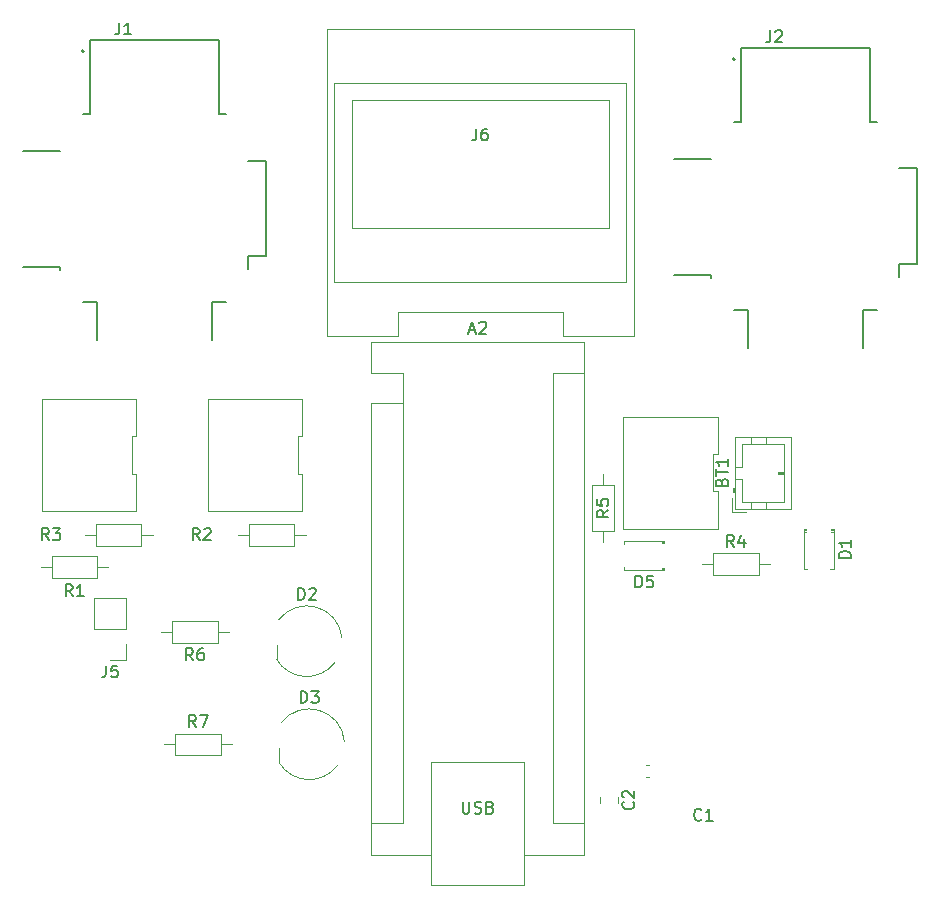
<source format=gbr>
%TF.GenerationSoftware,KiCad,Pcbnew,9.0.2*%
%TF.CreationDate,2025-07-28T12:51:29+08:00*%
%TF.ProjectId,PF-MKIII_Controller ,50462d4d-4b49-4494-995f-436f6e74726f,rev?*%
%TF.SameCoordinates,Original*%
%TF.FileFunction,Legend,Top*%
%TF.FilePolarity,Positive*%
%FSLAX46Y46*%
G04 Gerber Fmt 4.6, Leading zero omitted, Abs format (unit mm)*
G04 Created by KiCad (PCBNEW 9.0.2) date 2025-07-28 12:51:29*
%MOMM*%
%LPD*%
G01*
G04 APERTURE LIST*
%ADD10C,0.150000*%
%ADD11C,0.120000*%
%ADD12C,0.127000*%
%ADD13C,0.200000*%
G04 APERTURE END LIST*
D10*
X211583333Y-81284819D02*
X211250000Y-80808628D01*
X211011905Y-81284819D02*
X211011905Y-80284819D01*
X211011905Y-80284819D02*
X211392857Y-80284819D01*
X211392857Y-80284819D02*
X211488095Y-80332438D01*
X211488095Y-80332438D02*
X211535714Y-80380057D01*
X211535714Y-80380057D02*
X211583333Y-80475295D01*
X211583333Y-80475295D02*
X211583333Y-80618152D01*
X211583333Y-80618152D02*
X211535714Y-80713390D01*
X211535714Y-80713390D02*
X211488095Y-80761009D01*
X211488095Y-80761009D02*
X211392857Y-80808628D01*
X211392857Y-80808628D02*
X211011905Y-80808628D01*
X212440476Y-80618152D02*
X212440476Y-81284819D01*
X212202381Y-80237200D02*
X211964286Y-80951485D01*
X211964286Y-80951485D02*
X212583333Y-80951485D01*
X221464819Y-82218094D02*
X220464819Y-82218094D01*
X220464819Y-82218094D02*
X220464819Y-81979999D01*
X220464819Y-81979999D02*
X220512438Y-81837142D01*
X220512438Y-81837142D02*
X220607676Y-81741904D01*
X220607676Y-81741904D02*
X220702914Y-81694285D01*
X220702914Y-81694285D02*
X220893390Y-81646666D01*
X220893390Y-81646666D02*
X221036247Y-81646666D01*
X221036247Y-81646666D02*
X221226723Y-81694285D01*
X221226723Y-81694285D02*
X221321961Y-81741904D01*
X221321961Y-81741904D02*
X221417200Y-81837142D01*
X221417200Y-81837142D02*
X221464819Y-81979999D01*
X221464819Y-81979999D02*
X221464819Y-82218094D01*
X221464819Y-80694285D02*
X221464819Y-81265713D01*
X221464819Y-80979999D02*
X220464819Y-80979999D01*
X220464819Y-80979999D02*
X220607676Y-81075237D01*
X220607676Y-81075237D02*
X220702914Y-81170475D01*
X220702914Y-81170475D02*
X220750533Y-81265713D01*
X203039580Y-102866666D02*
X203087200Y-102914285D01*
X203087200Y-102914285D02*
X203134819Y-103057142D01*
X203134819Y-103057142D02*
X203134819Y-103152380D01*
X203134819Y-103152380D02*
X203087200Y-103295237D01*
X203087200Y-103295237D02*
X202991961Y-103390475D01*
X202991961Y-103390475D02*
X202896723Y-103438094D01*
X202896723Y-103438094D02*
X202706247Y-103485713D01*
X202706247Y-103485713D02*
X202563390Y-103485713D01*
X202563390Y-103485713D02*
X202372914Y-103438094D01*
X202372914Y-103438094D02*
X202277676Y-103390475D01*
X202277676Y-103390475D02*
X202182438Y-103295237D01*
X202182438Y-103295237D02*
X202134819Y-103152380D01*
X202134819Y-103152380D02*
X202134819Y-103057142D01*
X202134819Y-103057142D02*
X202182438Y-102914285D01*
X202182438Y-102914285D02*
X202230057Y-102866666D01*
X202230057Y-102485713D02*
X202182438Y-102438094D01*
X202182438Y-102438094D02*
X202134819Y-102342856D01*
X202134819Y-102342856D02*
X202134819Y-102104761D01*
X202134819Y-102104761D02*
X202182438Y-102009523D01*
X202182438Y-102009523D02*
X202230057Y-101961904D01*
X202230057Y-101961904D02*
X202325295Y-101914285D01*
X202325295Y-101914285D02*
X202420533Y-101914285D01*
X202420533Y-101914285D02*
X202563390Y-101961904D01*
X202563390Y-101961904D02*
X203134819Y-102533332D01*
X203134819Y-102533332D02*
X203134819Y-101914285D01*
X208833333Y-104359580D02*
X208785714Y-104407200D01*
X208785714Y-104407200D02*
X208642857Y-104454819D01*
X208642857Y-104454819D02*
X208547619Y-104454819D01*
X208547619Y-104454819D02*
X208404762Y-104407200D01*
X208404762Y-104407200D02*
X208309524Y-104311961D01*
X208309524Y-104311961D02*
X208261905Y-104216723D01*
X208261905Y-104216723D02*
X208214286Y-104026247D01*
X208214286Y-104026247D02*
X208214286Y-103883390D01*
X208214286Y-103883390D02*
X208261905Y-103692914D01*
X208261905Y-103692914D02*
X208309524Y-103597676D01*
X208309524Y-103597676D02*
X208404762Y-103502438D01*
X208404762Y-103502438D02*
X208547619Y-103454819D01*
X208547619Y-103454819D02*
X208642857Y-103454819D01*
X208642857Y-103454819D02*
X208785714Y-103502438D01*
X208785714Y-103502438D02*
X208833333Y-103550057D01*
X209785714Y-104454819D02*
X209214286Y-104454819D01*
X209500000Y-104454819D02*
X209500000Y-103454819D01*
X209500000Y-103454819D02*
X209404762Y-103597676D01*
X209404762Y-103597676D02*
X209309524Y-103692914D01*
X209309524Y-103692914D02*
X209214286Y-103740533D01*
X166333333Y-80704819D02*
X166000000Y-80228628D01*
X165761905Y-80704819D02*
X165761905Y-79704819D01*
X165761905Y-79704819D02*
X166142857Y-79704819D01*
X166142857Y-79704819D02*
X166238095Y-79752438D01*
X166238095Y-79752438D02*
X166285714Y-79800057D01*
X166285714Y-79800057D02*
X166333333Y-79895295D01*
X166333333Y-79895295D02*
X166333333Y-80038152D01*
X166333333Y-80038152D02*
X166285714Y-80133390D01*
X166285714Y-80133390D02*
X166238095Y-80181009D01*
X166238095Y-80181009D02*
X166142857Y-80228628D01*
X166142857Y-80228628D02*
X165761905Y-80228628D01*
X166714286Y-79800057D02*
X166761905Y-79752438D01*
X166761905Y-79752438D02*
X166857143Y-79704819D01*
X166857143Y-79704819D02*
X167095238Y-79704819D01*
X167095238Y-79704819D02*
X167190476Y-79752438D01*
X167190476Y-79752438D02*
X167238095Y-79800057D01*
X167238095Y-79800057D02*
X167285714Y-79895295D01*
X167285714Y-79895295D02*
X167285714Y-79990533D01*
X167285714Y-79990533D02*
X167238095Y-80133390D01*
X167238095Y-80133390D02*
X166666667Y-80704819D01*
X166666667Y-80704819D02*
X167285714Y-80704819D01*
X174674905Y-85756819D02*
X174674905Y-84756819D01*
X174674905Y-84756819D02*
X174913000Y-84756819D01*
X174913000Y-84756819D02*
X175055857Y-84804438D01*
X175055857Y-84804438D02*
X175151095Y-84899676D01*
X175151095Y-84899676D02*
X175198714Y-84994914D01*
X175198714Y-84994914D02*
X175246333Y-85185390D01*
X175246333Y-85185390D02*
X175246333Y-85328247D01*
X175246333Y-85328247D02*
X175198714Y-85518723D01*
X175198714Y-85518723D02*
X175151095Y-85613961D01*
X175151095Y-85613961D02*
X175055857Y-85709200D01*
X175055857Y-85709200D02*
X174913000Y-85756819D01*
X174913000Y-85756819D02*
X174674905Y-85756819D01*
X175627286Y-84852057D02*
X175674905Y-84804438D01*
X175674905Y-84804438D02*
X175770143Y-84756819D01*
X175770143Y-84756819D02*
X176008238Y-84756819D01*
X176008238Y-84756819D02*
X176103476Y-84804438D01*
X176103476Y-84804438D02*
X176151095Y-84852057D01*
X176151095Y-84852057D02*
X176198714Y-84947295D01*
X176198714Y-84947295D02*
X176198714Y-85042533D01*
X176198714Y-85042533D02*
X176151095Y-85185390D01*
X176151095Y-85185390D02*
X175579667Y-85756819D01*
X175579667Y-85756819D02*
X176198714Y-85756819D01*
X165773333Y-90874819D02*
X165440000Y-90398628D01*
X165201905Y-90874819D02*
X165201905Y-89874819D01*
X165201905Y-89874819D02*
X165582857Y-89874819D01*
X165582857Y-89874819D02*
X165678095Y-89922438D01*
X165678095Y-89922438D02*
X165725714Y-89970057D01*
X165725714Y-89970057D02*
X165773333Y-90065295D01*
X165773333Y-90065295D02*
X165773333Y-90208152D01*
X165773333Y-90208152D02*
X165725714Y-90303390D01*
X165725714Y-90303390D02*
X165678095Y-90351009D01*
X165678095Y-90351009D02*
X165582857Y-90398628D01*
X165582857Y-90398628D02*
X165201905Y-90398628D01*
X166630476Y-89874819D02*
X166440000Y-89874819D01*
X166440000Y-89874819D02*
X166344762Y-89922438D01*
X166344762Y-89922438D02*
X166297143Y-89970057D01*
X166297143Y-89970057D02*
X166201905Y-90112914D01*
X166201905Y-90112914D02*
X166154286Y-90303390D01*
X166154286Y-90303390D02*
X166154286Y-90684342D01*
X166154286Y-90684342D02*
X166201905Y-90779580D01*
X166201905Y-90779580D02*
X166249524Y-90827200D01*
X166249524Y-90827200D02*
X166344762Y-90874819D01*
X166344762Y-90874819D02*
X166535238Y-90874819D01*
X166535238Y-90874819D02*
X166630476Y-90827200D01*
X166630476Y-90827200D02*
X166678095Y-90779580D01*
X166678095Y-90779580D02*
X166725714Y-90684342D01*
X166725714Y-90684342D02*
X166725714Y-90446247D01*
X166725714Y-90446247D02*
X166678095Y-90351009D01*
X166678095Y-90351009D02*
X166630476Y-90303390D01*
X166630476Y-90303390D02*
X166535238Y-90255771D01*
X166535238Y-90255771D02*
X166344762Y-90255771D01*
X166344762Y-90255771D02*
X166249524Y-90303390D01*
X166249524Y-90303390D02*
X166201905Y-90351009D01*
X166201905Y-90351009D02*
X166154286Y-90446247D01*
X158416666Y-91334819D02*
X158416666Y-92049104D01*
X158416666Y-92049104D02*
X158369047Y-92191961D01*
X158369047Y-92191961D02*
X158273809Y-92287200D01*
X158273809Y-92287200D02*
X158130952Y-92334819D01*
X158130952Y-92334819D02*
X158035714Y-92334819D01*
X159369047Y-91334819D02*
X158892857Y-91334819D01*
X158892857Y-91334819D02*
X158845238Y-91811009D01*
X158845238Y-91811009D02*
X158892857Y-91763390D01*
X158892857Y-91763390D02*
X158988095Y-91715771D01*
X158988095Y-91715771D02*
X159226190Y-91715771D01*
X159226190Y-91715771D02*
X159321428Y-91763390D01*
X159321428Y-91763390D02*
X159369047Y-91811009D01*
X159369047Y-91811009D02*
X159416666Y-91906247D01*
X159416666Y-91906247D02*
X159416666Y-92144342D01*
X159416666Y-92144342D02*
X159369047Y-92239580D01*
X159369047Y-92239580D02*
X159321428Y-92287200D01*
X159321428Y-92287200D02*
X159226190Y-92334819D01*
X159226190Y-92334819D02*
X158988095Y-92334819D01*
X158988095Y-92334819D02*
X158892857Y-92287200D01*
X158892857Y-92287200D02*
X158845238Y-92239580D01*
X200954819Y-78166666D02*
X200478628Y-78499999D01*
X200954819Y-78738094D02*
X199954819Y-78738094D01*
X199954819Y-78738094D02*
X199954819Y-78357142D01*
X199954819Y-78357142D02*
X200002438Y-78261904D01*
X200002438Y-78261904D02*
X200050057Y-78214285D01*
X200050057Y-78214285D02*
X200145295Y-78166666D01*
X200145295Y-78166666D02*
X200288152Y-78166666D01*
X200288152Y-78166666D02*
X200383390Y-78214285D01*
X200383390Y-78214285D02*
X200431009Y-78261904D01*
X200431009Y-78261904D02*
X200478628Y-78357142D01*
X200478628Y-78357142D02*
X200478628Y-78738094D01*
X199954819Y-77261904D02*
X199954819Y-77738094D01*
X199954819Y-77738094D02*
X200431009Y-77785713D01*
X200431009Y-77785713D02*
X200383390Y-77738094D01*
X200383390Y-77738094D02*
X200335771Y-77642856D01*
X200335771Y-77642856D02*
X200335771Y-77404761D01*
X200335771Y-77404761D02*
X200383390Y-77309523D01*
X200383390Y-77309523D02*
X200431009Y-77261904D01*
X200431009Y-77261904D02*
X200526247Y-77214285D01*
X200526247Y-77214285D02*
X200764342Y-77214285D01*
X200764342Y-77214285D02*
X200859580Y-77261904D01*
X200859580Y-77261904D02*
X200907200Y-77309523D01*
X200907200Y-77309523D02*
X200954819Y-77404761D01*
X200954819Y-77404761D02*
X200954819Y-77642856D01*
X200954819Y-77642856D02*
X200907200Y-77738094D01*
X200907200Y-77738094D02*
X200859580Y-77785713D01*
X203241905Y-84714819D02*
X203241905Y-83714819D01*
X203241905Y-83714819D02*
X203480000Y-83714819D01*
X203480000Y-83714819D02*
X203622857Y-83762438D01*
X203622857Y-83762438D02*
X203718095Y-83857676D01*
X203718095Y-83857676D02*
X203765714Y-83952914D01*
X203765714Y-83952914D02*
X203813333Y-84143390D01*
X203813333Y-84143390D02*
X203813333Y-84286247D01*
X203813333Y-84286247D02*
X203765714Y-84476723D01*
X203765714Y-84476723D02*
X203718095Y-84571961D01*
X203718095Y-84571961D02*
X203622857Y-84667200D01*
X203622857Y-84667200D02*
X203480000Y-84714819D01*
X203480000Y-84714819D02*
X203241905Y-84714819D01*
X204718095Y-83714819D02*
X204241905Y-83714819D01*
X204241905Y-83714819D02*
X204194286Y-84191009D01*
X204194286Y-84191009D02*
X204241905Y-84143390D01*
X204241905Y-84143390D02*
X204337143Y-84095771D01*
X204337143Y-84095771D02*
X204575238Y-84095771D01*
X204575238Y-84095771D02*
X204670476Y-84143390D01*
X204670476Y-84143390D02*
X204718095Y-84191009D01*
X204718095Y-84191009D02*
X204765714Y-84286247D01*
X204765714Y-84286247D02*
X204765714Y-84524342D01*
X204765714Y-84524342D02*
X204718095Y-84619580D01*
X204718095Y-84619580D02*
X204670476Y-84667200D01*
X204670476Y-84667200D02*
X204575238Y-84714819D01*
X204575238Y-84714819D02*
X204337143Y-84714819D01*
X204337143Y-84714819D02*
X204241905Y-84667200D01*
X204241905Y-84667200D02*
X204194286Y-84619580D01*
X174884905Y-94482819D02*
X174884905Y-93482819D01*
X174884905Y-93482819D02*
X175123000Y-93482819D01*
X175123000Y-93482819D02*
X175265857Y-93530438D01*
X175265857Y-93530438D02*
X175361095Y-93625676D01*
X175361095Y-93625676D02*
X175408714Y-93720914D01*
X175408714Y-93720914D02*
X175456333Y-93911390D01*
X175456333Y-93911390D02*
X175456333Y-94054247D01*
X175456333Y-94054247D02*
X175408714Y-94244723D01*
X175408714Y-94244723D02*
X175361095Y-94339961D01*
X175361095Y-94339961D02*
X175265857Y-94435200D01*
X175265857Y-94435200D02*
X175123000Y-94482819D01*
X175123000Y-94482819D02*
X174884905Y-94482819D01*
X175789667Y-93482819D02*
X176408714Y-93482819D01*
X176408714Y-93482819D02*
X176075381Y-93863771D01*
X176075381Y-93863771D02*
X176218238Y-93863771D01*
X176218238Y-93863771D02*
X176313476Y-93911390D01*
X176313476Y-93911390D02*
X176361095Y-93959009D01*
X176361095Y-93959009D02*
X176408714Y-94054247D01*
X176408714Y-94054247D02*
X176408714Y-94292342D01*
X176408714Y-94292342D02*
X176361095Y-94387580D01*
X176361095Y-94387580D02*
X176313476Y-94435200D01*
X176313476Y-94435200D02*
X176218238Y-94482819D01*
X176218238Y-94482819D02*
X175932524Y-94482819D01*
X175932524Y-94482819D02*
X175837286Y-94435200D01*
X175837286Y-94435200D02*
X175789667Y-94387580D01*
X210531009Y-75785714D02*
X210578628Y-75642857D01*
X210578628Y-75642857D02*
X210626247Y-75595238D01*
X210626247Y-75595238D02*
X210721485Y-75547619D01*
X210721485Y-75547619D02*
X210864342Y-75547619D01*
X210864342Y-75547619D02*
X210959580Y-75595238D01*
X210959580Y-75595238D02*
X211007200Y-75642857D01*
X211007200Y-75642857D02*
X211054819Y-75738095D01*
X211054819Y-75738095D02*
X211054819Y-76119047D01*
X211054819Y-76119047D02*
X210054819Y-76119047D01*
X210054819Y-76119047D02*
X210054819Y-75785714D01*
X210054819Y-75785714D02*
X210102438Y-75690476D01*
X210102438Y-75690476D02*
X210150057Y-75642857D01*
X210150057Y-75642857D02*
X210245295Y-75595238D01*
X210245295Y-75595238D02*
X210340533Y-75595238D01*
X210340533Y-75595238D02*
X210435771Y-75642857D01*
X210435771Y-75642857D02*
X210483390Y-75690476D01*
X210483390Y-75690476D02*
X210531009Y-75785714D01*
X210531009Y-75785714D02*
X210531009Y-76119047D01*
X210054819Y-75261904D02*
X210054819Y-74690476D01*
X211054819Y-74976190D02*
X210054819Y-74976190D01*
X211054819Y-73833333D02*
X211054819Y-74404761D01*
X211054819Y-74119047D02*
X210054819Y-74119047D01*
X210054819Y-74119047D02*
X210197676Y-74214285D01*
X210197676Y-74214285D02*
X210292914Y-74309523D01*
X210292914Y-74309523D02*
X210340533Y-74404761D01*
X159541666Y-36887319D02*
X159541666Y-37601604D01*
X159541666Y-37601604D02*
X159494047Y-37744461D01*
X159494047Y-37744461D02*
X159398809Y-37839700D01*
X159398809Y-37839700D02*
X159255952Y-37887319D01*
X159255952Y-37887319D02*
X159160714Y-37887319D01*
X160541666Y-37887319D02*
X159970238Y-37887319D01*
X160255952Y-37887319D02*
X160255952Y-36887319D01*
X160255952Y-36887319D02*
X160160714Y-37030176D01*
X160160714Y-37030176D02*
X160065476Y-37125414D01*
X160065476Y-37125414D02*
X159970238Y-37173033D01*
X189165714Y-62929104D02*
X189641904Y-62929104D01*
X189070476Y-63214819D02*
X189403809Y-62214819D01*
X189403809Y-62214819D02*
X189737142Y-63214819D01*
X190022857Y-62310057D02*
X190070476Y-62262438D01*
X190070476Y-62262438D02*
X190165714Y-62214819D01*
X190165714Y-62214819D02*
X190403809Y-62214819D01*
X190403809Y-62214819D02*
X190499047Y-62262438D01*
X190499047Y-62262438D02*
X190546666Y-62310057D01*
X190546666Y-62310057D02*
X190594285Y-62405295D01*
X190594285Y-62405295D02*
X190594285Y-62500533D01*
X190594285Y-62500533D02*
X190546666Y-62643390D01*
X190546666Y-62643390D02*
X189975238Y-63214819D01*
X189975238Y-63214819D02*
X190594285Y-63214819D01*
X188618095Y-102854819D02*
X188618095Y-103664342D01*
X188618095Y-103664342D02*
X188665714Y-103759580D01*
X188665714Y-103759580D02*
X188713333Y-103807200D01*
X188713333Y-103807200D02*
X188808571Y-103854819D01*
X188808571Y-103854819D02*
X188999047Y-103854819D01*
X188999047Y-103854819D02*
X189094285Y-103807200D01*
X189094285Y-103807200D02*
X189141904Y-103759580D01*
X189141904Y-103759580D02*
X189189523Y-103664342D01*
X189189523Y-103664342D02*
X189189523Y-102854819D01*
X189618095Y-103807200D02*
X189760952Y-103854819D01*
X189760952Y-103854819D02*
X189999047Y-103854819D01*
X189999047Y-103854819D02*
X190094285Y-103807200D01*
X190094285Y-103807200D02*
X190141904Y-103759580D01*
X190141904Y-103759580D02*
X190189523Y-103664342D01*
X190189523Y-103664342D02*
X190189523Y-103569104D01*
X190189523Y-103569104D02*
X190141904Y-103473866D01*
X190141904Y-103473866D02*
X190094285Y-103426247D01*
X190094285Y-103426247D02*
X189999047Y-103378628D01*
X189999047Y-103378628D02*
X189808571Y-103331009D01*
X189808571Y-103331009D02*
X189713333Y-103283390D01*
X189713333Y-103283390D02*
X189665714Y-103235771D01*
X189665714Y-103235771D02*
X189618095Y-103140533D01*
X189618095Y-103140533D02*
X189618095Y-103045295D01*
X189618095Y-103045295D02*
X189665714Y-102950057D01*
X189665714Y-102950057D02*
X189713333Y-102902438D01*
X189713333Y-102902438D02*
X189808571Y-102854819D01*
X189808571Y-102854819D02*
X190046666Y-102854819D01*
X190046666Y-102854819D02*
X190189523Y-102902438D01*
X190951428Y-103331009D02*
X191094285Y-103378628D01*
X191094285Y-103378628D02*
X191141904Y-103426247D01*
X191141904Y-103426247D02*
X191189523Y-103521485D01*
X191189523Y-103521485D02*
X191189523Y-103664342D01*
X191189523Y-103664342D02*
X191141904Y-103759580D01*
X191141904Y-103759580D02*
X191094285Y-103807200D01*
X191094285Y-103807200D02*
X190999047Y-103854819D01*
X190999047Y-103854819D02*
X190618095Y-103854819D01*
X190618095Y-103854819D02*
X190618095Y-102854819D01*
X190618095Y-102854819D02*
X190951428Y-102854819D01*
X190951428Y-102854819D02*
X191046666Y-102902438D01*
X191046666Y-102902438D02*
X191094285Y-102950057D01*
X191094285Y-102950057D02*
X191141904Y-103045295D01*
X191141904Y-103045295D02*
X191141904Y-103140533D01*
X191141904Y-103140533D02*
X191094285Y-103235771D01*
X191094285Y-103235771D02*
X191046666Y-103283390D01*
X191046666Y-103283390D02*
X190951428Y-103331009D01*
X190951428Y-103331009D02*
X190618095Y-103331009D01*
X214661666Y-37552319D02*
X214661666Y-38266604D01*
X214661666Y-38266604D02*
X214614047Y-38409461D01*
X214614047Y-38409461D02*
X214518809Y-38504700D01*
X214518809Y-38504700D02*
X214375952Y-38552319D01*
X214375952Y-38552319D02*
X214280714Y-38552319D01*
X215090238Y-37647557D02*
X215137857Y-37599938D01*
X215137857Y-37599938D02*
X215233095Y-37552319D01*
X215233095Y-37552319D02*
X215471190Y-37552319D01*
X215471190Y-37552319D02*
X215566428Y-37599938D01*
X215566428Y-37599938D02*
X215614047Y-37647557D01*
X215614047Y-37647557D02*
X215661666Y-37742795D01*
X215661666Y-37742795D02*
X215661666Y-37838033D01*
X215661666Y-37838033D02*
X215614047Y-37980890D01*
X215614047Y-37980890D02*
X215042619Y-38552319D01*
X215042619Y-38552319D02*
X215661666Y-38552319D01*
X189761666Y-45859819D02*
X189761666Y-46574104D01*
X189761666Y-46574104D02*
X189714047Y-46716961D01*
X189714047Y-46716961D02*
X189618809Y-46812200D01*
X189618809Y-46812200D02*
X189475952Y-46859819D01*
X189475952Y-46859819D02*
X189380714Y-46859819D01*
X190666428Y-45859819D02*
X190475952Y-45859819D01*
X190475952Y-45859819D02*
X190380714Y-45907438D01*
X190380714Y-45907438D02*
X190333095Y-45955057D01*
X190333095Y-45955057D02*
X190237857Y-46097914D01*
X190237857Y-46097914D02*
X190190238Y-46288390D01*
X190190238Y-46288390D02*
X190190238Y-46669342D01*
X190190238Y-46669342D02*
X190237857Y-46764580D01*
X190237857Y-46764580D02*
X190285476Y-46812200D01*
X190285476Y-46812200D02*
X190380714Y-46859819D01*
X190380714Y-46859819D02*
X190571190Y-46859819D01*
X190571190Y-46859819D02*
X190666428Y-46812200D01*
X190666428Y-46812200D02*
X190714047Y-46764580D01*
X190714047Y-46764580D02*
X190761666Y-46669342D01*
X190761666Y-46669342D02*
X190761666Y-46431247D01*
X190761666Y-46431247D02*
X190714047Y-46336009D01*
X190714047Y-46336009D02*
X190666428Y-46288390D01*
X190666428Y-46288390D02*
X190571190Y-46240771D01*
X190571190Y-46240771D02*
X190380714Y-46240771D01*
X190380714Y-46240771D02*
X190285476Y-46288390D01*
X190285476Y-46288390D02*
X190237857Y-46336009D01*
X190237857Y-46336009D02*
X190190238Y-46431247D01*
X166023333Y-96534819D02*
X165690000Y-96058628D01*
X165451905Y-96534819D02*
X165451905Y-95534819D01*
X165451905Y-95534819D02*
X165832857Y-95534819D01*
X165832857Y-95534819D02*
X165928095Y-95582438D01*
X165928095Y-95582438D02*
X165975714Y-95630057D01*
X165975714Y-95630057D02*
X166023333Y-95725295D01*
X166023333Y-95725295D02*
X166023333Y-95868152D01*
X166023333Y-95868152D02*
X165975714Y-95963390D01*
X165975714Y-95963390D02*
X165928095Y-96011009D01*
X165928095Y-96011009D02*
X165832857Y-96058628D01*
X165832857Y-96058628D02*
X165451905Y-96058628D01*
X166356667Y-95534819D02*
X167023333Y-95534819D01*
X167023333Y-95534819D02*
X166594762Y-96534819D01*
X155583333Y-85454819D02*
X155250000Y-84978628D01*
X155011905Y-85454819D02*
X155011905Y-84454819D01*
X155011905Y-84454819D02*
X155392857Y-84454819D01*
X155392857Y-84454819D02*
X155488095Y-84502438D01*
X155488095Y-84502438D02*
X155535714Y-84550057D01*
X155535714Y-84550057D02*
X155583333Y-84645295D01*
X155583333Y-84645295D02*
X155583333Y-84788152D01*
X155583333Y-84788152D02*
X155535714Y-84883390D01*
X155535714Y-84883390D02*
X155488095Y-84931009D01*
X155488095Y-84931009D02*
X155392857Y-84978628D01*
X155392857Y-84978628D02*
X155011905Y-84978628D01*
X156535714Y-85454819D02*
X155964286Y-85454819D01*
X156250000Y-85454819D02*
X156250000Y-84454819D01*
X156250000Y-84454819D02*
X156154762Y-84597676D01*
X156154762Y-84597676D02*
X156059524Y-84692914D01*
X156059524Y-84692914D02*
X155964286Y-84740533D01*
X153583333Y-80704819D02*
X153250000Y-80228628D01*
X153011905Y-80704819D02*
X153011905Y-79704819D01*
X153011905Y-79704819D02*
X153392857Y-79704819D01*
X153392857Y-79704819D02*
X153488095Y-79752438D01*
X153488095Y-79752438D02*
X153535714Y-79800057D01*
X153535714Y-79800057D02*
X153583333Y-79895295D01*
X153583333Y-79895295D02*
X153583333Y-80038152D01*
X153583333Y-80038152D02*
X153535714Y-80133390D01*
X153535714Y-80133390D02*
X153488095Y-80181009D01*
X153488095Y-80181009D02*
X153392857Y-80228628D01*
X153392857Y-80228628D02*
X153011905Y-80228628D01*
X153916667Y-79704819D02*
X154535714Y-79704819D01*
X154535714Y-79704819D02*
X154202381Y-80085771D01*
X154202381Y-80085771D02*
X154345238Y-80085771D01*
X154345238Y-80085771D02*
X154440476Y-80133390D01*
X154440476Y-80133390D02*
X154488095Y-80181009D01*
X154488095Y-80181009D02*
X154535714Y-80276247D01*
X154535714Y-80276247D02*
X154535714Y-80514342D01*
X154535714Y-80514342D02*
X154488095Y-80609580D01*
X154488095Y-80609580D02*
X154440476Y-80657200D01*
X154440476Y-80657200D02*
X154345238Y-80704819D01*
X154345238Y-80704819D02*
X154059524Y-80704819D01*
X154059524Y-80704819D02*
X153964286Y-80657200D01*
X153964286Y-80657200D02*
X153916667Y-80609580D01*
D11*
%TO.C,R4*%
X214620000Y-82750000D02*
X213670000Y-82750000D01*
X208880000Y-82750000D02*
X209830000Y-82750000D01*
X209830000Y-81830000D02*
X213670000Y-81830000D01*
X213670000Y-83670000D01*
X209830000Y-83670000D01*
X209830000Y-81830000D01*
%TO.C,D1*%
X220010000Y-79770000D02*
X219830000Y-79770000D01*
X220010000Y-79770000D02*
X220010000Y-83190000D01*
X217670000Y-79770000D02*
X217490000Y-79770000D01*
X217490000Y-79770000D02*
X217490000Y-83190000D01*
X220010000Y-79890000D02*
X219830000Y-79890000D01*
X217670000Y-79890000D02*
X217490000Y-79890000D01*
X220010000Y-80010000D02*
X219830000Y-80010000D01*
X217670000Y-80010000D02*
X217490000Y-80010000D01*
X220010000Y-83190000D02*
X219736000Y-83190000D01*
X217764000Y-83190000D02*
X217490000Y-83190000D01*
%TO.C,C2*%
X201735000Y-102438748D02*
X201735000Y-102961252D01*
X200265000Y-102438748D02*
X200265000Y-102961252D01*
%TO.C,C1*%
X204415580Y-100760000D02*
X204134420Y-100760000D01*
X204415580Y-99740000D02*
X204134420Y-99740000D01*
%TO.C,J3*%
X167010000Y-78250000D02*
X174989999Y-78250000D01*
X167010001Y-68750000D02*
X167010000Y-78250000D01*
X174630000Y-71916667D02*
X174990000Y-71916667D01*
X174630000Y-75083333D02*
X174630000Y-71916667D01*
X174989999Y-78250000D02*
X174990000Y-75083333D01*
X174990000Y-68750000D02*
X167010001Y-68750000D01*
X174990000Y-71916667D02*
X174990000Y-68750000D01*
X174990000Y-75083333D02*
X174630000Y-75083333D01*
%TO.C,R2*%
X169570000Y-80250000D02*
X170520000Y-80250000D01*
X175310000Y-80250000D02*
X174360000Y-80250000D01*
X170520000Y-79330000D02*
X174360000Y-79330000D01*
X174360000Y-81170000D01*
X170520000Y-81170000D01*
X170520000Y-79330000D01*
%TO.C,D2*%
X172853000Y-89561188D02*
X172853000Y-90807000D01*
X173028000Y-87462000D02*
G75*
G02*
X178389835Y-89003784I2385000J-1800000D01*
G01*
X177804334Y-91056887D02*
G75*
G02*
X172853000Y-90806830I-2391334J1794887D01*
G01*
%TO.C,R6*%
X163070000Y-88500000D02*
X164020000Y-88500000D01*
X168810000Y-88500000D02*
X167860000Y-88500000D01*
X167860000Y-89420000D02*
X164020000Y-89420000D01*
X164020000Y-87580000D01*
X167860000Y-87580000D01*
X167860000Y-89420000D01*
%TO.C,J5*%
X157370000Y-88230000D02*
X157370000Y-85580000D01*
X160130000Y-85580000D02*
X157370000Y-85580000D01*
X160130000Y-88230000D02*
X157370000Y-88230000D01*
X160130000Y-88230000D02*
X160130000Y-85580000D01*
X160130000Y-89500000D02*
X160130000Y-90880000D01*
X160130000Y-90880000D02*
X158750000Y-90880000D01*
%TO.C,R5*%
X200500000Y-75130000D02*
X200500000Y-76080000D01*
X200500000Y-80870000D02*
X200500000Y-79920000D01*
X201420000Y-76080000D02*
X199580000Y-76080000D01*
X199580000Y-79920000D01*
X201420000Y-79920000D01*
X201420000Y-76080000D01*
%TO.C,D5*%
X202270000Y-81014000D02*
X202270000Y-80740000D01*
X202270000Y-83260000D02*
X202270000Y-82986000D01*
X205450000Y-80920000D02*
X205450000Y-80740000D01*
X205450000Y-83260000D02*
X205450000Y-83080000D01*
X205570000Y-80920000D02*
X205570000Y-80740000D01*
X205570000Y-83260000D02*
X205570000Y-83080000D01*
X205690000Y-80740000D02*
X202270000Y-80740000D01*
X205690000Y-80920000D02*
X205690000Y-80740000D01*
X205690000Y-83260000D02*
X202270000Y-83260000D01*
X205690000Y-83260000D02*
X205690000Y-83080000D01*
%TO.C,D3*%
X173063000Y-98287188D02*
X173063000Y-99533000D01*
X173238000Y-96188000D02*
G75*
G02*
X178599835Y-97729784I2385000J-1800000D01*
G01*
X178014334Y-99782887D02*
G75*
G02*
X173063000Y-99532830I-2391334J1794887D01*
G01*
%TO.C,J7*%
X202220000Y-79750000D02*
X210199999Y-79750000D01*
X202220001Y-70250000D02*
X202220000Y-79750000D01*
X209840000Y-73416667D02*
X210200000Y-73416667D01*
X209840000Y-76583333D02*
X209840000Y-73416667D01*
X210199999Y-79750000D02*
X210200000Y-76583333D01*
X210200000Y-70250000D02*
X202220001Y-70250000D01*
X210200000Y-73416667D02*
X210200000Y-70250000D01*
X210200000Y-76583333D02*
X209840000Y-76583333D01*
%TO.C,BT1*%
X211390000Y-77110000D02*
X211390000Y-78360000D01*
X211390000Y-78360000D02*
X212640000Y-78360000D01*
X211490000Y-76300000D02*
X211490000Y-76600000D01*
X211490000Y-76600000D02*
X211690000Y-76600000D01*
X211590000Y-76300000D02*
X211590000Y-76600000D01*
X211690000Y-71940000D02*
X211690000Y-78060000D01*
X211690000Y-75500000D02*
X212300000Y-75500000D01*
X211690000Y-76300000D02*
X211490000Y-76300000D01*
X211690000Y-78060000D02*
X216410000Y-78060000D01*
X212300000Y-72550000D02*
X212300000Y-74500000D01*
X212300000Y-74500000D02*
X211690000Y-74500000D01*
X212300000Y-75500000D02*
X212300000Y-77450000D01*
X212300000Y-77450000D02*
X215800000Y-77450000D01*
X213000000Y-71940000D02*
X213000000Y-72550000D01*
X213000000Y-78060000D02*
X213000000Y-77450000D01*
X214300000Y-71940000D02*
X214300000Y-72550000D01*
X214300000Y-78060000D02*
X214300000Y-77450000D01*
X215300000Y-74900000D02*
X215800000Y-74900000D01*
X215300000Y-75100000D02*
X215300000Y-74900000D01*
X215800000Y-72550000D02*
X212300000Y-72550000D01*
X215800000Y-75000000D02*
X215300000Y-75000000D01*
X215800000Y-75100000D02*
X215300000Y-75100000D01*
X215800000Y-77450000D02*
X215800000Y-72550000D01*
X216410000Y-71940000D02*
X211690000Y-71940000D01*
X216410000Y-78060000D02*
X216410000Y-71940000D01*
D12*
%TO.C,J1*%
X151400000Y-47767500D02*
X154550000Y-47767500D01*
X154550000Y-57567500D02*
X151400000Y-57567500D01*
X154550000Y-57837500D02*
X154550000Y-57567500D01*
X156430000Y-44667500D02*
X157050000Y-44667500D01*
X157050000Y-38367500D02*
X167950000Y-38367500D01*
X157050000Y-44667500D02*
X157050000Y-38367500D01*
X157650000Y-60567500D02*
X156430000Y-60567500D01*
X157650000Y-63767500D02*
X157650000Y-60567500D01*
X167350000Y-60567500D02*
X167350000Y-63767500D01*
X167950000Y-38367500D02*
X167950000Y-44667500D01*
X167950000Y-44667500D02*
X168580000Y-44667500D01*
X168580000Y-60567500D02*
X167350000Y-60567500D01*
X170450000Y-48567500D02*
X172000000Y-48567500D01*
X170450000Y-56667500D02*
X170450000Y-57787500D01*
X172000000Y-48567500D02*
X172000000Y-56667500D01*
X172000000Y-56667500D02*
X170450000Y-56667500D01*
D13*
X156550000Y-39317500D02*
G75*
G02*
X156350000Y-39317500I-100000J0D01*
G01*
X156350000Y-39317500D02*
G75*
G02*
X156550000Y-39317500I100000J0D01*
G01*
D11*
%TO.C,A2*%
X180860000Y-63900000D02*
X180860000Y-66570000D01*
X180860000Y-69110000D02*
X180860000Y-107340000D01*
X180860000Y-107340000D02*
X185940000Y-107340000D01*
X183530000Y-66570000D02*
X180860000Y-66570000D01*
X183530000Y-69110000D02*
X180860000Y-69110000D01*
X183530000Y-69110000D02*
X183530000Y-66570000D01*
X183530000Y-69110000D02*
X183530000Y-104670000D01*
X183530000Y-104670000D02*
X180860000Y-104670000D01*
X185940000Y-99460000D02*
X193820000Y-99460000D01*
X185940000Y-109880000D02*
X185940000Y-99460000D01*
X193820000Y-99460000D02*
X193820000Y-109880000D01*
X193820000Y-109880000D02*
X185940000Y-109880000D01*
X196230000Y-66570000D02*
X196230000Y-104670000D01*
X196230000Y-66570000D02*
X198900000Y-66570000D01*
X196230000Y-104670000D02*
X198900000Y-104670000D01*
X198900000Y-63900000D02*
X180860000Y-63900000D01*
X198900000Y-107340000D02*
X193820000Y-107340000D01*
X198900000Y-107340000D02*
X198900000Y-63900000D01*
D12*
%TO.C,J2*%
X206520000Y-48432500D02*
X209670000Y-48432500D01*
X209670000Y-58232500D02*
X206520000Y-58232500D01*
X209670000Y-58502500D02*
X209670000Y-58232500D01*
X211550000Y-45332500D02*
X212170000Y-45332500D01*
X212170000Y-39032500D02*
X223070000Y-39032500D01*
X212170000Y-45332500D02*
X212170000Y-39032500D01*
X212770000Y-61232500D02*
X211550000Y-61232500D01*
X212770000Y-64432500D02*
X212770000Y-61232500D01*
X222470000Y-61232500D02*
X222470000Y-64432500D01*
X223070000Y-39032500D02*
X223070000Y-45332500D01*
X223070000Y-45332500D02*
X223700000Y-45332500D01*
X223700000Y-61232500D02*
X222470000Y-61232500D01*
X225570000Y-49232500D02*
X227120000Y-49232500D01*
X225570000Y-57332500D02*
X225570000Y-58452500D01*
X227120000Y-49232500D02*
X227120000Y-57332500D01*
X227120000Y-57332500D02*
X225570000Y-57332500D01*
D13*
X211670000Y-39982500D02*
G75*
G02*
X211470000Y-39982500I-100000J0D01*
G01*
X211470000Y-39982500D02*
G75*
G02*
X211670000Y-39982500I100000J0D01*
G01*
D11*
%TO.C,J4*%
X153010000Y-78250000D02*
X160989999Y-78250000D01*
X153010001Y-68750000D02*
X153010000Y-78250000D01*
X160630000Y-71916667D02*
X160990000Y-71916667D01*
X160630000Y-75083333D02*
X160630000Y-71916667D01*
X160989999Y-78250000D02*
X160990000Y-75083333D01*
X160990000Y-68750000D02*
X153010001Y-68750000D01*
X160990000Y-71916667D02*
X160990000Y-68750000D01*
X160990000Y-75083333D02*
X160630000Y-75083333D01*
%TO.C,J6*%
X177095000Y-37405000D02*
X177095000Y-63405000D01*
X177095000Y-63405000D02*
X183095000Y-63405000D01*
X177725000Y-41975000D02*
X177725000Y-58875000D01*
X177725000Y-58875000D02*
X202425000Y-58875000D01*
X179225000Y-43455000D02*
X179225000Y-54315000D01*
X179225000Y-54315000D02*
X200965000Y-54315000D01*
X183095000Y-61405000D02*
X197095000Y-61405000D01*
X183095000Y-63405000D02*
X183095000Y-61405000D01*
X197095000Y-61405000D02*
X197095000Y-63405000D01*
X197095000Y-63405000D02*
X203095000Y-63405000D01*
X200965000Y-43455000D02*
X179225000Y-43455000D01*
X200965000Y-54315000D02*
X200965000Y-43455000D01*
X202425000Y-41975000D02*
X177725000Y-41975000D01*
X202425000Y-58875000D02*
X202425000Y-41975000D01*
X203095000Y-37405000D02*
X177095000Y-37405000D01*
X203095000Y-63405000D02*
X203095000Y-37405000D01*
%TO.C,R7*%
X163320000Y-98000000D02*
X164270000Y-98000000D01*
X169060000Y-98000000D02*
X168110000Y-98000000D01*
X164270000Y-97080000D02*
X168110000Y-97080000D01*
X168110000Y-98920000D01*
X164270000Y-98920000D01*
X164270000Y-97080000D01*
%TO.C,R1*%
X152880000Y-83000000D02*
X153830000Y-83000000D01*
X158620000Y-83000000D02*
X157670000Y-83000000D01*
X153830000Y-82080000D02*
X157670000Y-82080000D01*
X157670000Y-83920000D01*
X153830000Y-83920000D01*
X153830000Y-82080000D01*
%TO.C,R3*%
X156630000Y-80250000D02*
X157580000Y-80250000D01*
X162370000Y-80250000D02*
X161420000Y-80250000D01*
X157580000Y-79330000D02*
X161420000Y-79330000D01*
X161420000Y-81170000D01*
X157580000Y-81170000D01*
X157580000Y-79330000D01*
%TD*%
M02*

</source>
